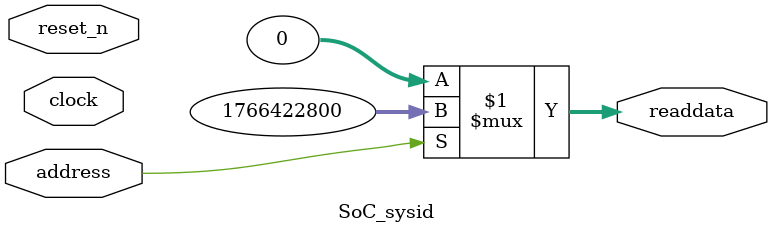
<source format=v>

`timescale 1ns / 1ps
// synthesis translate_on

// turn off superfluous verilog processor warnings 
// altera message_level Level1 
// altera message_off 10034 10035 10036 10037 10230 10240 10030 

module SoC_sysid (
               // inputs:
                address,
                clock,
                reset_n,

               // outputs:
                readdata
             )
;

  output  [ 31: 0] readdata;
  input            address;
  input            clock;
  input            reset_n;

  wire    [ 31: 0] readdata;
  //control_slave, which is an e_avalon_slave
  assign readdata = address ? 1766422800 : 0;

endmodule




</source>
